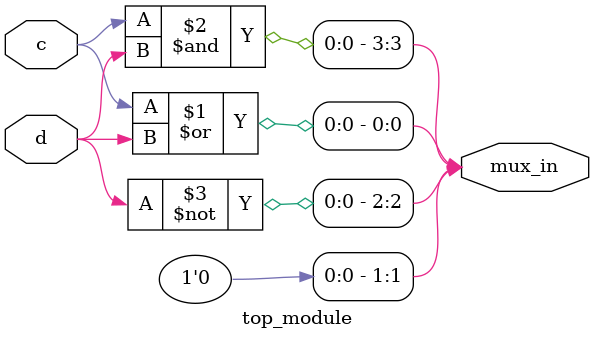
<source format=v>
module top_module (
    input c,
    input d,
    output [3:0] mux_in
); 
    assign mux_in[0]=c|d;
    assign mux_in[1]=1'b0;
    assign mux_in[3]=c&d;
    assign mux_in[2]=~d;
endmodule

</source>
